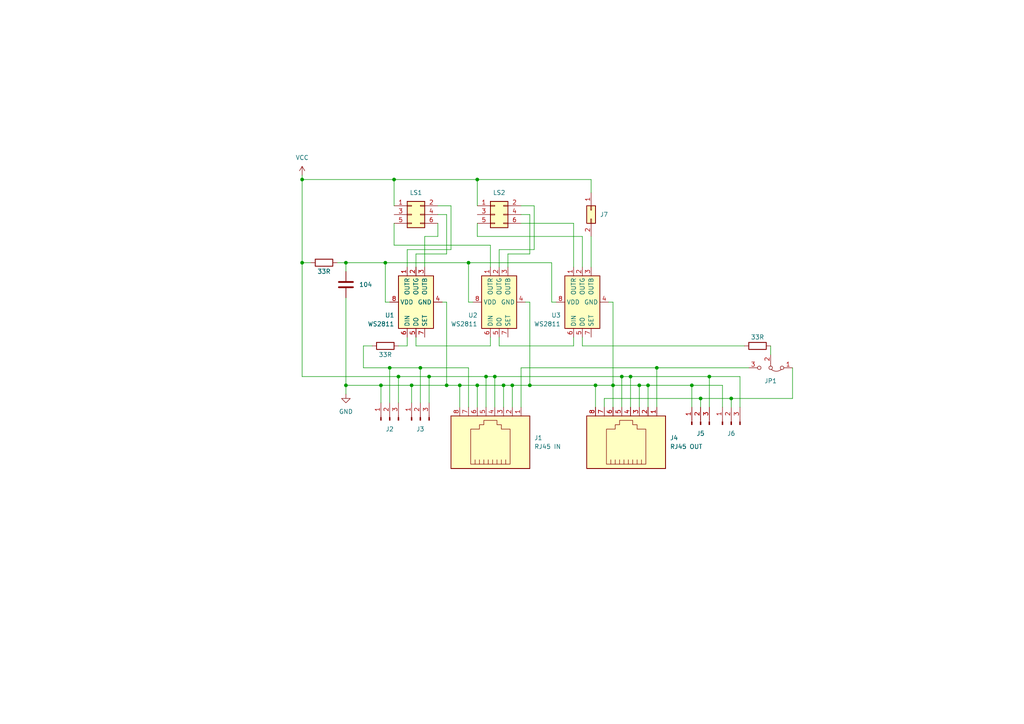
<source format=kicad_sch>
(kicad_sch (version 20230121) (generator eeschema)
  (paper "A4")
  (title_block (title "WS2811 LED Driver 9LS (2 Lichtsperrsignale)") (date "2024-01-22") (rev "1.0") (company "Jan Graichen") (comment 1 "© CC-BY-SA 4.0"))
  (lib_symbols
    (symbol "Connector:Conn_01x03_Pin" (pin_names (offset 1.016) hide)
      (property "Reference" "J" (at 0 5.08 0))
      (property "Value" "Conn_01x03_Pin" (at 0 -5.08 0))
      (symbol "Conn_01x03_Pin_1_1"
        (polyline (pts (xy 1.27 -2.54) (xy 0.8636 -2.54)) (stroke (width 0.1524)))
        (polyline (pts (xy 1.27 0) (xy 0.8636 0)) (stroke (width 0.1524)))
        (polyline (pts (xy 1.27 2.54) (xy 0.8636 2.54)) (stroke (width 0.1524)))
        (rectangle (start 0.8636 -2.413) (end 0 -2.667) (stroke (width 0.1524)) (fill (type outline)))
        (rectangle (start 0.8636 0.127) (end 0 -0.127) (stroke (width 0.1524)) (fill (type outline)))
        (rectangle (start 0.8636 2.667) (end 0 2.413) (stroke (width 0.1524)) (fill (type outline)))
        (pin passive line (at 5.08 2.54 180) (length 3.81) (name "Pin_1") (number "1"))
        (pin passive line (at 5.08 0 180) (length 3.81) (name "Pin_2") (number "2"))
        (pin passive line (at 5.08 -2.54 180) (length 3.81) (name "Pin_3") (number "3"))
      )
    )
    (symbol "Connector:RJ45" (pin_names (offset 1.016))
      (property "Reference" "J" (at -5.08 13.97 0))
      (property "Value" "RJ45" (at 2.54 13.97 0))
      (symbol "RJ45_0_1"
        (polyline (pts (xy -5.08 4.445) (xy -6.35 4.445)))
        (polyline (pts (xy -5.08 5.715) (xy -6.35 5.715)))
        (polyline (pts (xy -6.35 -3.175) (xy -5.08 -3.175) (xy -5.08 -3.175)))
        (polyline (pts (xy -6.35 -1.905) (xy -5.08 -1.905) (xy -5.08 -1.905)))
        (polyline (pts (xy -6.35 -0.635) (xy -5.08 -0.635) (xy -5.08 -0.635)))
        (polyline (pts (xy -6.35 0.635) (xy -5.08 0.635) (xy -5.08 0.635)))
        (polyline (pts (xy -6.35 1.905) (xy -5.08 1.905) (xy -5.08 1.905)))
        (polyline (pts (xy -5.08 3.175) (xy -6.35 3.175) (xy -6.35 3.175)))
        (polyline (pts (xy -6.35 -4.445) (xy -6.35 6.985) (xy 3.81 6.985) (xy 3.81 4.445) (xy 5.08 4.445) (xy 5.08 3.175) (xy 6.35 3.175) (xy 6.35 -0.635) (xy 5.08 -0.635) (xy 5.08 -1.905) (xy 3.81 -1.905) (xy 3.81 -4.445) (xy -6.35 -4.445) (xy -6.35 -4.445)))
        (rectangle (start 7.62 12.7) (end -7.62 -10.16) (stroke (width 0.254)) (fill (type background)))
      )
      (symbol "RJ45_1_1"
        (pin passive line (at 10.16 -7.62 180) (length 2.54) (name "~") (number "1"))
        (pin passive line (at 10.16 -5.08 180) (length 2.54) (name "~") (number "2"))
        (pin passive line (at 10.16 -2.54 180) (length 2.54) (name "~") (number "3"))
        (pin passive line (at 10.16 0 180) (length 2.54) (name "~") (number "4"))
        (pin passive line (at 10.16 2.54 180) (length 2.54) (name "~") (number "5"))
        (pin passive line (at 10.16 5.08 180) (length 2.54) (name "~") (number "6"))
        (pin passive line (at 10.16 7.62 180) (length 2.54) (name "~") (number "7"))
        (pin passive line (at 10.16 10.16 180) (length 2.54) (name "~") (number "8"))
      )
    )
    (symbol "Connector_Generic:Conn_02x01" (pin_names (offset 1.016) hide)
      (property "Reference" "J" (at 1.27 2.54 0))
      (property "Value" "Conn_02x01" (at 1.27 -2.54 0))
      (symbol "Conn_02x01_1_1"
        (rectangle (start -1.27 0.127) (end 0 -0.127) (stroke (width 0.1524)))
        (rectangle (start -1.27 1.27) (end 3.81 -1.27) (stroke (width 0.254)) (fill (type background)))
        (rectangle (start 3.81 0.127) (end 2.54 -0.127) (stroke (width 0.1524)))
        (pin passive line (at -5.08 0 0) (length 3.81) (name "Pin_1") (number "1"))
        (pin passive line (at 7.62 0 180) (length 3.81) (name "Pin_2") (number "2"))
      )
    )
    (symbol "Connector_Generic:Conn_02x03_Odd_Even" (pin_names (offset 1.016) hide)
      (property "Reference" "J" (at 1.27 5.08 0))
      (property "Value" "Conn_02x03_Odd_Even" (at 1.27 -5.08 0))
      (symbol "Conn_02x03_Odd_Even_1_1"
        (rectangle (start -1.27 -2.413) (end 0 -2.667) (stroke (width 0.1524)))
        (rectangle (start -1.27 0.127) (end 0 -0.127) (stroke (width 0.1524)))
        (rectangle (start -1.27 2.667) (end 0 2.413) (stroke (width 0.1524)))
        (rectangle (start -1.27 3.81) (end 3.81 -3.81) (stroke (width 0.254)) (fill (type background)))
        (rectangle (start 3.81 -2.413) (end 2.54 -2.667) (stroke (width 0.1524)))
        (rectangle (start 3.81 0.127) (end 2.54 -0.127) (stroke (width 0.1524)))
        (rectangle (start 3.81 2.667) (end 2.54 2.413) (stroke (width 0.1524)))
        (pin passive line (at -5.08 2.54 0) (length 3.81) (name "Pin_1") (number "1"))
        (pin passive line (at 7.62 2.54 180) (length 3.81) (name "Pin_2") (number "2"))
        (pin passive line (at -5.08 0 0) (length 3.81) (name "Pin_3") (number "3"))
        (pin passive line (at 7.62 0 180) (length 3.81) (name "Pin_4") (number "4"))
        (pin passive line (at -5.08 -2.54 0) (length 3.81) (name "Pin_5") (number "5"))
        (pin passive line (at 7.62 -2.54 180) (length 3.81) (name "Pin_6") (number "6"))
      )
    )
    (symbol "Device:C" (pin_numbers hide) (pin_names (offset 0.254))
      (property "Reference" "C" (at 0.635 2.54 0))
      (property "Value" "C" (at 0.635 -2.54 0))
      (symbol "C_0_1"
        (polyline (pts (xy -2.032 -0.762) (xy 2.032 -0.762)) (stroke (width 0.508)))
        (polyline (pts (xy -2.032 0.762) (xy 2.032 0.762)) (stroke (width 0.508)))
      )
      (symbol "C_1_1"
        (pin passive line (at 0 3.81 270) (length 2.794) (name "~") (number "1"))
        (pin passive line (at 0 -3.81 90) (length 2.794) (name "~") (number "2"))
      )
    )
    (symbol "Device:R" (pin_numbers hide) (pin_names (offset 0))
      (property "Reference" "R" (at 2.032 0 90))
      (property "Value" "R" (at 0 0 90))
      (symbol "R_0_1"
        (rectangle (start -1.016 -2.54) (end 1.016 2.54) (stroke (width 0.254)))
      )
      (symbol "R_1_1"
        (pin passive line (at 0 3.81 270) (length 1.27) (name "~") (number "1"))
        (pin passive line (at 0 -3.81 90) (length 1.27) (name "~") (number "2"))
      )
    )
    (symbol "Driver_LED:WS2811"
      (property "Reference" "U" (at -6.35 6.35 0))
      (property "Value" "WS2811" (at 5.08 6.35 0))
      (symbol "WS2811_0_1"
        (rectangle (start -7.62 5.08) (end 7.62 -5.08) (stroke (width 0.254)) (fill (type background)))
      )
      (symbol "WS2811_1_1"
        (pin output line (at 10.16 2.54 180) (length 2.54) (name "OUTR") (number "1"))
        (pin output line (at 10.16 0 180) (length 2.54) (name "OUTG") (number "2"))
        (pin output line (at 10.16 -2.54 180) (length 2.54) (name "OUTB") (number "3"))
        (pin power_in line (at 0 -7.62 90) (length 2.54) (name "GND") (number "4"))
        (pin output line (at -10.16 0 0) (length 2.54) (name "DO") (number "5"))
        (pin input line (at -10.16 2.54 0) (length 2.54) (name "DIN") (number "6"))
        (pin input line (at -10.16 -2.54 0) (length 2.54) (name "SET") (number "7"))
        (pin power_in line (at 0 7.62 270) (length 2.54) (name "VDD") (number "8"))
      )
    )
    (symbol "Jumper:Jumper_3_Bridged12" (pin_names (offset 0) hide)
      (property "Reference" "JP" (at -2.54 -2.54 0))
      (property "Value" "Jumper_3_Bridged12" (at 0 2.794 0))
      (symbol "Jumper_3_Bridged12_0_0"
        (circle (center -3.302 0) (radius 0.508))
        (circle (center 0 0) (radius 0.508))
        (circle (center 3.302 0) (radius 0.508))
      )
      (symbol "Jumper_3_Bridged12_0_1"
        (arc (start -0.254 0.508) (mid -1.651 0.9912) (end -3.048 0.508))
        (polyline (pts (xy 0 -1.27) (xy 0 -0.508)))
      )
      (symbol "Jumper_3_Bridged12_1_1"
        (pin passive line (at -6.35 0 0) (length 2.54) (name "A") (number "1"))
        (pin passive line (at 0 -3.81 90) (length 2.54) (name "C") (number "2"))
        (pin passive line (at 6.35 0 180) (length 2.54) (name "B") (number "3"))
      )
    )
    (symbol "power:GND" (power) (pin_names (offset 0))
      (property "Value" "GND" (at 0 -3.81 0))
      (symbol "GND_0_1"
        (polyline (pts (xy 0 0) (xy 0 -1.27) (xy 1.27 -1.27) (xy 0 -2.54) (xy -1.27 -1.27) (xy 0 -1.27)))
      )
      (symbol "GND_1_1"
        (pin power_in line (at 0 0 270) (length 0) hide (name "GND") (number "1"))
      )
    )
    (symbol "power:VCC" (power) (pin_names (offset 0))
      (property "Value" "VCC" (at 0 3.81 0))
      (symbol "VCC_0_1"
        (polyline (pts (xy -0.762 1.27) (xy 0 2.54)))
        (polyline (pts (xy 0 0) (xy 0 2.54)))
        (polyline (pts (xy 0 2.54) (xy 0.762 1.27)))
      )
      (symbol "VCC_1_1"
        (pin power_in line (at 0 0 90) (length 0) hide (name "VCC") (number "1"))
      )
    )
  )
  (junction (at 100.33 76.2))
  (junction (at 87.63 52.07))
  (junction (at 124.46 109.22))
  (junction (at 205.74 109.22))
  (junction (at 138.43 111.76))
  (junction (at 153.67 111.76))
  (junction (at 121.92 106.68))
  (junction (at 190.5 106.68))
  (junction (at 200.66 111.76))
  (junction (at 148.59 111.76))
  (junction (at 143.51 109.22))
  (junction (at 119.38 111.76))
  (junction (at 187.96 111.76))
  (junction (at 185.42 111.76))
  (junction (at 146.05 111.76))
  (junction (at 138.43 52.07))
  (junction (at 100.33 111.76))
  (junction (at 180.34 109.22))
  (junction (at 182.88 109.22))
  (junction (at 133.35 111.76))
  (junction (at 111.76 76.2))
  (junction (at 172.72 111.76))
  (junction (at 203.2 115.57))
  (junction (at 135.89 76.2))
  (junction (at 129.54 111.76))
  (junction (at 114.3 52.07))
  (junction (at 87.63 76.2))
  (junction (at 115.57 109.22))
  (junction (at 177.8 111.76))
  (junction (at 212.09 115.57))
  (junction (at 113.03 106.68))
  (junction (at 110.49 111.76))
  (junction (at 140.97 109.22))
  (wire (pts (xy 138.43 52.07) (xy 171.45 52.07)))
  (wire (pts (xy 111.76 76.2) (xy 111.76 87.63)))
  (wire (pts (xy 177.8 111.76) (xy 177.8 118.11)))
  (wire (pts (xy 118.11 100.33) (xy 118.11 97.79)))
  (wire (pts (xy 87.63 76.2) (xy 87.63 109.22)))
  (wire (pts (xy 151.13 59.69) (xy 154.94 59.69)))
  (wire (pts (xy 212.09 115.57) (xy 229.87 115.57)))
  (wire (pts (xy 129.54 87.63) (xy 129.54 111.76)))
  (wire (pts (xy 148.59 111.76) (xy 148.59 118.11)))
  (wire (pts (xy 87.63 52.07) (xy 87.63 76.2)))
  (wire (pts (xy 166.37 64.77) (xy 166.37 77.47)))
  (wire (pts (xy 87.63 50.8) (xy 87.63 52.07)))
  (wire (pts (xy 190.5 106.68) (xy 151.13 106.68)))
  (wire (pts (xy 185.42 111.76) (xy 185.42 118.11)))
  (wire (pts (xy 111.76 76.2) (xy 135.89 76.2)))
  (wire (pts (xy 114.3 52.07) (xy 138.43 52.07)))
  (wire (pts (xy 151.13 106.68) (xy 151.13 118.11)))
  (wire (pts (xy 143.51 109.22) (xy 180.34 109.22)))
  (wire (pts (xy 175.26 115.57) (xy 175.26 118.11)))
  (wire (pts (xy 127 68.58) (xy 127 64.77)))
  (wire (pts (xy 153.67 87.63) (xy 153.67 111.76)))
  (wire (pts (xy 119.38 111.76) (xy 119.38 116.84)))
  (wire (pts (xy 115.57 100.33) (xy 118.11 100.33)))
  (wire (pts (xy 144.78 100.33) (xy 166.37 100.33)))
  (wire (pts (xy 177.8 87.63) (xy 177.8 111.76)))
  (wire (pts (xy 205.74 109.22) (xy 214.63 109.22)))
  (wire (pts (xy 138.43 64.77) (xy 138.43 68.58)))
  (wire (pts (xy 138.43 52.07) (xy 138.43 59.69)))
  (wire (pts (xy 168.91 97.79) (xy 168.91 100.33)))
  (wire (pts (xy 130.81 72.39) (xy 118.11 72.39)))
  (wire (pts (xy 177.8 111.76) (xy 185.42 111.76)))
  (wire (pts (xy 209.55 118.11) (xy 209.55 111.76)))
  (wire (pts (xy 153.67 111.76) (xy 172.72 111.76)))
  (wire (pts (xy 182.88 109.22) (xy 182.88 118.11)))
  (wire (pts (xy 205.74 109.22) (xy 205.74 118.11)))
  (wire (pts (xy 142.24 77.47) (xy 142.24 71.12)))
  (wire (pts (xy 172.72 111.76) (xy 172.72 118.11)))
  (wire (pts (xy 171.45 52.07) (xy 171.45 55.88)))
  (wire (pts (xy 168.91 77.47) (xy 168.91 68.58)))
  (wire (pts (xy 135.89 76.2) (xy 160.02 76.2)))
  (wire (pts (xy 120.65 77.47) (xy 120.65 73.66)))
  (wire (pts (xy 114.3 71.12) (xy 142.24 71.12)))
  (wire (pts (xy 107.95 100.33) (xy 105.41 100.33)))
  (wire (pts (xy 100.33 76.2) (xy 100.33 78.74)))
  (wire (pts (xy 152.4 87.63) (xy 153.67 87.63)))
  (wire (pts (xy 176.53 87.63) (xy 177.8 87.63)))
  (wire (pts (xy 129.54 73.66) (xy 129.54 62.23)))
  (wire (pts (xy 146.05 111.76) (xy 146.05 118.11)))
  (wire (pts (xy 114.3 71.12) (xy 114.3 64.77)))
  (wire (pts (xy 105.41 106.68) (xy 113.03 106.68)))
  (wire (pts (xy 148.59 111.76) (xy 153.67 111.76)))
  (wire (pts (xy 124.46 109.22) (xy 124.46 116.84)))
  (wire (pts (xy 180.34 109.22) (xy 182.88 109.22)))
  (wire (pts (xy 180.34 109.22) (xy 180.34 118.11)))
  (wire (pts (xy 121.92 106.68) (xy 121.92 116.84)))
  (wire (pts (xy 146.05 111.76) (xy 148.59 111.76)))
  (wire (pts (xy 160.02 76.2) (xy 160.02 87.63)))
  (wire (pts (xy 128.27 87.63) (xy 129.54 87.63)))
  (wire (pts (xy 140.97 109.22) (xy 140.97 118.11)))
  (wire (pts (xy 123.19 77.47) (xy 123.19 68.58)))
  (wire (pts (xy 214.63 109.22) (xy 214.63 118.11)))
  (wire (pts (xy 138.43 68.58) (xy 168.91 68.58)))
  (wire (pts (xy 105.41 100.33) (xy 105.41 106.68)))
  (wire (pts (xy 153.67 73.66) (xy 153.67 62.23)))
  (wire (pts (xy 129.54 62.23) (xy 127 62.23)))
  (wire (pts (xy 120.65 97.79) (xy 120.65 100.33)))
  (wire (pts (xy 187.96 111.76) (xy 187.96 118.11)))
  (wire (pts (xy 144.78 97.79) (xy 144.78 100.33)))
  (wire (pts (xy 168.91 100.33) (xy 215.9 100.33)))
  (wire (pts (xy 133.35 111.76) (xy 133.35 118.11)))
  (wire (pts (xy 171.45 68.58) (xy 171.45 77.47)))
  (wire (pts (xy 153.67 62.23) (xy 151.13 62.23)))
  (wire (pts (xy 123.19 68.58) (xy 127 68.58)))
  (wire (pts (xy 133.35 111.76) (xy 138.43 111.76)))
  (wire (pts (xy 130.81 59.69) (xy 130.81 72.39)))
  (wire (pts (xy 137.16 87.63) (xy 135.89 87.63)))
  (wire (pts (xy 147.32 77.47) (xy 147.32 73.66)))
  (wire (pts (xy 127 59.69) (xy 130.81 59.69)))
  (wire (pts (xy 114.3 52.07) (xy 114.3 59.69)))
  (wire (pts (xy 185.42 111.76) (xy 187.96 111.76)))
  (wire (pts (xy 143.51 109.22) (xy 143.51 118.11)))
  (wire (pts (xy 121.92 106.68) (xy 135.89 106.68)))
  (wire (pts (xy 110.49 111.76) (xy 119.38 111.76)))
  (wire (pts (xy 100.33 111.76) (xy 100.33 114.3)))
  (wire (pts (xy 172.72 111.76) (xy 177.8 111.76)))
  (wire (pts (xy 115.57 109.22) (xy 124.46 109.22)))
  (wire (pts (xy 142.24 100.33) (xy 142.24 97.79)))
  (wire (pts (xy 200.66 111.76) (xy 200.66 118.11)))
  (wire (pts (xy 119.38 111.76) (xy 129.54 111.76)))
  (wire (pts (xy 175.26 115.57) (xy 203.2 115.57)))
  (wire (pts (xy 229.87 106.68) (xy 229.87 115.57)))
  (wire (pts (xy 113.03 87.63) (xy 111.76 87.63)))
  (wire (pts (xy 190.5 106.68) (xy 190.5 118.11)))
  (wire (pts (xy 161.29 87.63) (xy 160.02 87.63)))
  (wire (pts (xy 135.89 118.11) (xy 135.89 106.68)))
  (wire (pts (xy 100.33 86.36) (xy 100.33 111.76)))
  (wire (pts (xy 129.54 111.76) (xy 133.35 111.76)))
  (wire (pts (xy 166.37 64.77) (xy 151.13 64.77)))
  (wire (pts (xy 113.03 106.68) (xy 113.03 116.84)))
  (wire (pts (xy 120.65 73.66) (xy 129.54 73.66)))
  (wire (pts (xy 144.78 72.39) (xy 144.78 77.47)))
  (wire (pts (xy 138.43 111.76) (xy 138.43 118.11)))
  (wire (pts (xy 87.63 52.07) (xy 114.3 52.07)))
  (wire (pts (xy 135.89 76.2) (xy 135.89 87.63)))
  (wire (pts (xy 182.88 109.22) (xy 205.74 109.22)))
  (wire (pts (xy 100.33 76.2) (xy 111.76 76.2)))
  (wire (pts (xy 118.11 72.39) (xy 118.11 77.47)))
  (wire (pts (xy 110.49 111.76) (xy 110.49 116.84)))
  (wire (pts (xy 138.43 111.76) (xy 146.05 111.76)))
  (wire (pts (xy 203.2 115.57) (xy 203.2 118.11)))
  (wire (pts (xy 87.63 109.22) (xy 115.57 109.22)))
  (wire (pts (xy 154.94 59.69) (xy 154.94 72.39)))
  (wire (pts (xy 115.57 109.22) (xy 115.57 116.84)))
  (wire (pts (xy 87.63 76.2) (xy 90.17 76.2)))
  (wire (pts (xy 187.96 111.76) (xy 200.66 111.76)))
  (wire (pts (xy 203.2 115.57) (xy 212.09 115.57)))
  (wire (pts (xy 140.97 109.22) (xy 143.51 109.22)))
  (wire (pts (xy 223.52 100.33) (xy 223.52 102.87)))
  (wire (pts (xy 166.37 100.33) (xy 166.37 97.79)))
  (wire (pts (xy 120.65 100.33) (xy 142.24 100.33)))
  (wire (pts (xy 113.03 106.68) (xy 121.92 106.68)))
  (wire (pts (xy 190.5 106.68) (xy 217.17 106.68)))
  (wire (pts (xy 154.94 72.39) (xy 144.78 72.39)))
  (wire (pts (xy 100.33 111.76) (xy 110.49 111.76)))
  (wire (pts (xy 212.09 115.57) (xy 212.09 118.11)))
  (wire (pts (xy 97.79 76.2) (xy 100.33 76.2)))
  (wire (pts (xy 200.66 111.76) (xy 209.55 111.76)))
  (wire (pts (xy 147.32 73.66) (xy 153.67 73.66)))
  (wire (pts (xy 124.46 109.22) (xy 140.97 109.22)))
  (symbol (lib_id "Driver_LED:WS2811") (at 144.78 87.63 90) (unit 1)
    (property "Reference" "U2" (at 137.16 91.44 90))
    (property "Value" "WS2811" (at 134.62 93.98 90))
    (property "Footprint" "Package_SO:SOIC-8_3.9x4.9mm_P1.27mm" (effects hide))
    (property "Datasheet" "https://cdn-shop.adafruit.com/datasheets/WS2811.pdf" (effects hide))
    (property "LCSC" "C114581" (effects hide))
  )
  (symbol (lib_id "Connector_Generic:Conn_02x03_Odd_Even") (at 119.38 62.23 0) (unit 1)
    (property "Reference" "LS1" (at 120.65 55.88 0))
    (property "Value" "Conn_02x03_Odd_Even" (effects hide))
    (property "Footprint" "Connector_PinHeader_1.27mm:PinHeader_2x03_P1.27mm_Vertical" (effects hide))
  )
  (symbol (lib_id "Device:R") (at 219.71 100.33 270) (unit 1)
    (property "Reference" "R3" (effects hide))
    (property "Value" "33R" (at 219.71 97.79 90))
    (property "Footprint" "Resistor_SMD:R_0603_1608Metric" (effects hide))
    (property "LCSC" "C23140" (effects hide))
  )
  (symbol (lib_id "Device:C") (at 100.33 82.55 0) (unit 1)
    (property "Reference" "C1" (effects hide))
    (property "Value" "104" (at 104.14 82.55 0) (effects (justify left)))
    (property "Footprint" "Capacitor_SMD:C_0603_1608Metric" (effects hide))
    (property "LCSC" "C14663" (effects hide))
  )
  (symbol (lib_id "Connector:Conn_01x03_Pin") (at 212.09 123.19 90) (unit 1) (in_bom no)
    (property "Reference" "J6" (at 212.09 125.73 90))
    (property "Value" "Conn_01x03_Pin" (effects hide))
    (property "Footprint" "Connector_Wire:SolderWire-0.15sqmm_1x03_P4mm_D0.5mm_OD1.5mm_Relief" (effects hide))
  )
  (symbol (lib_id "Connector:Conn_01x03_Pin") (at 121.92 121.92 90) (unit 1) (in_bom no)
    (property "Reference" "J3" (at 121.92 124.46 90))
    (property "Value" "Conn_01x03_Pin" (effects hide))
    (property "Footprint" "Connector_Wire:SolderWire-0.15sqmm_1x03_P4mm_D0.5mm_OD1.5mm_Relief" (effects hide))
  )
  (symbol (lib_id "Connector:RJ45") (at 143.51 128.27 90) (unit 1)
    (property "Reference" "J1" (at 154.94 127 90) (effects (justify right)))
    (property "Value" "RJ45 IN" (at 154.94 129.54 90) (effects (justify right)))
    (property "Footprint" "Connector_RJ:RJ45_Amphenol_54602-x08_Horizontal" (effects hide))
  )
  (symbol (lib_id "Connector:Conn_01x03_Pin") (at 203.2 123.19 90) (unit 1)
    (property "Reference" "J5" (at 203.2 125.73 90))
    (property "Value" "Conn_01x03_Pin" (effects hide))
    (property "Footprint" "Connector_PinHeader_2.54mm:PinHeader_1x03_P2.54mm_Vertical" (effects hide))
  )
  (symbol (lib_id "Connector:Conn_01x03_Pin") (at 113.03 121.92 90) (unit 1)
    (property "Reference" "J2" (at 113.03 124.46 90))
    (property "Value" "Conn_01x03_Pin" (effects hide))
    (property "Footprint" "Connector_PinHeader_2.54mm:PinHeader_1x03_P2.54mm_Vertical" (effects hide))
  )
  (symbol (lib_id "Connector:RJ45") (at 182.88 128.27 90) (unit 1)
    (property "Reference" "J4" (at 194.31 127 90) (effects (justify right)))
    (property "Value" "RJ45 OUT" (at 194.31 129.54 90) (effects (justify right)))
    (property "Footprint" "Connector_RJ:RJ45_Amphenol_54602-x08_Horizontal" (effects hide))
  )
  (symbol (lib_id "power:GND") (at 100.33 114.3 0) (unit 1)
    (property "Reference" "#PWR?" (effects hide))
    (property "Value" "GND" (at 100.33 119.38 0))
  )
  (symbol (lib_id "Connector_Generic:Conn_02x03_Odd_Even") (at 143.51 62.23 0) (unit 1)
    (property "Reference" "LS2" (at 144.78 55.88 0))
    (property "Value" "Conn_02x03_Odd_Even" (effects hide))
    (property "Footprint" "Connector_PinHeader_1.27mm:PinHeader_2x03_P1.27mm_Vertical" (effects hide))
  )
  (symbol (lib_id "Driver_LED:WS2811") (at 168.91 87.63 90) (unit 1)
    (property "Reference" "U3" (at 161.29 91.44 90))
    (property "Value" "WS2811" (at 158.75 93.98 90))
    (property "Footprint" "Package_SO:SOIC-8_3.9x4.9mm_P1.27mm" (effects hide))
    (property "Datasheet" "https://cdn-shop.adafruit.com/datasheets/WS2811.pdf" (effects hide))
    (property "LCSC" "C114581" (effects hide))
  )
  (symbol (lib_id "Connector_Generic:Conn_02x01") (at 171.45 60.96 270) (unit 1)
    (property "Reference" "J7" (at 173.99 62.23 90) (effects (justify left)))
    (property "Value" "Conn_02x01" (effects hide))
    (property "Footprint" "Connector_PinHeader_1.27mm:PinHeader_2x01_P1.27mm_Vertical" (effects hide))
  )
  (symbol (lib_id "Device:R") (at 93.98 76.2 90) (unit 1)
    (property "Reference" "R1" (effects hide))
    (property "Value" "33R" (at 93.98 78.74 90))
    (property "Footprint" "Resistor_SMD:R_0603_1608Metric" (effects hide))
    (property "LCSC" "C23140" (effects hide))
  )
  (symbol (lib_id "Device:R") (at 111.76 100.33 90) (unit 1)
    (property "Reference" "R2" (effects hide))
    (property "Value" "33R" (at 111.76 102.87 90))
    (property "Footprint" "Resistor_SMD:R_0603_1608Metric" (effects hide))
    (property "LCSC" "C23140" (effects hide))
  )
  (symbol (lib_id "Driver_LED:WS2811") (at 120.65 87.63 90) (unit 1)
    (property "Reference" "U1" (at 113.03 91.44 90))
    (property "Value" "WS2811" (at 110.49 93.98 90))
    (property "Footprint" "Package_SO:SOIC-8_3.9x4.9mm_P1.27mm" (effects hide))
    (property "Datasheet" "https://cdn-shop.adafruit.com/datasheets/WS2811.pdf" (effects hide))
    (property "LCSC" "C114581" (effects hide))
  )
  (symbol (lib_id "Jumper:Jumper_3_Bridged12") (at 223.52 106.68 180) (unit 1)
    (property "Reference" "JP1" (at 223.52 110.49 0))
    (property "Value" "Jumper_3_Bridged12" (effects hide))
    (property "Footprint" "Connector_PinHeader_2.54mm:PinHeader_1x03_P2.54mm_Vertical" (effects hide))
  )
  (symbol (lib_id "power:VCC") (at 87.63 50.8 0) (unit 1)
    (property "Reference" "#PWR?" (effects hide))
    (property "Value" "VCC" (at 87.63 45.72 0))
  )
)
</source>
